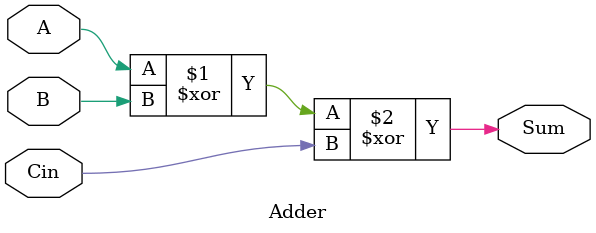
<source format=v>
module Adder(
input 	A, B, Cin,
output	Sum);

	assign Sum = ((A ^ B) ^ Cin);
	
endmodule

</source>
